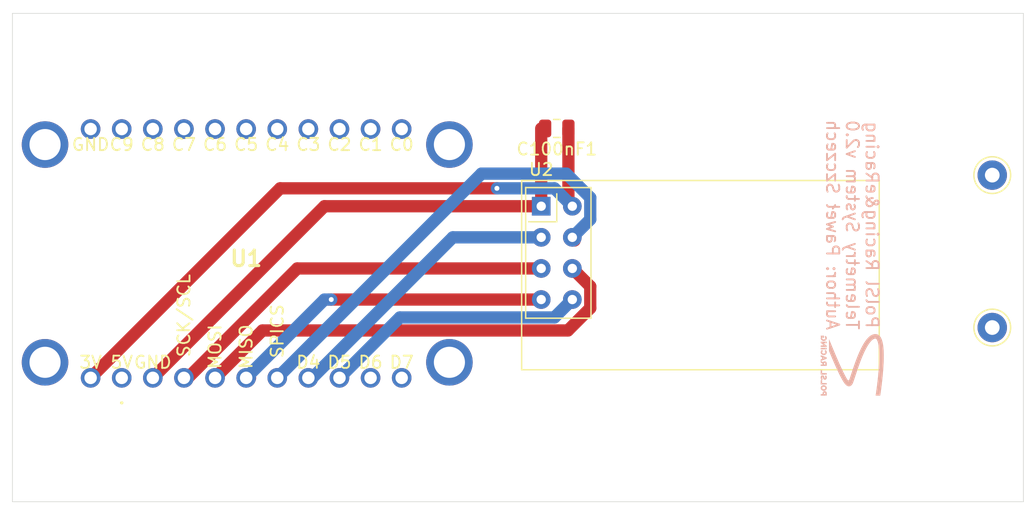
<source format=kicad_pcb>
(kicad_pcb (version 20171130) (host pcbnew "(5.1.8)-1")

  (general
    (thickness 1.6)
    (drawings 9)
    (tracks 39)
    (zones 0)
    (modules 10)
    (nets 23)
  )

  (page A4)
  (layers
    (0 F.Cu signal)
    (31 B.Cu signal)
    (32 B.Adhes user)
    (33 F.Adhes user)
    (34 B.Paste user)
    (35 F.Paste user)
    (36 B.SilkS user)
    (37 F.SilkS user)
    (38 B.Mask user)
    (39 F.Mask user)
    (40 Dwgs.User user)
    (41 Cmts.User user)
    (42 Eco1.User user)
    (43 Eco2.User user)
    (44 Edge.Cuts user)
    (45 Margin user)
    (46 B.CrtYd user)
    (47 F.CrtYd user)
    (48 B.Fab user)
    (49 F.Fab user)
  )

  (setup
    (last_trace_width 1)
    (trace_clearance 0.2)
    (zone_clearance 0.508)
    (zone_45_only no)
    (trace_min 0.2)
    (via_size 0.8)
    (via_drill 0.4)
    (via_min_size 0.4)
    (via_min_drill 0.3)
    (uvia_size 0.3)
    (uvia_drill 0.1)
    (uvias_allowed no)
    (uvia_min_size 0.2)
    (uvia_min_drill 0.1)
    (edge_width 0.05)
    (segment_width 0.2)
    (pcb_text_width 0.3)
    (pcb_text_size 1.5 1.5)
    (mod_edge_width 0.12)
    (mod_text_size 1 1)
    (mod_text_width 0.15)
    (pad_size 1.524 1.524)
    (pad_drill 0.762)
    (pad_to_mask_clearance 0)
    (aux_axis_origin 0 0)
    (visible_elements 7FFFFFFF)
    (pcbplotparams
      (layerselection 0x010fc_ffffffff)
      (usegerberextensions false)
      (usegerberattributes true)
      (usegerberadvancedattributes true)
      (creategerberjobfile true)
      (excludeedgelayer true)
      (linewidth 0.100000)
      (plotframeref false)
      (viasonmask false)
      (mode 1)
      (useauxorigin false)
      (hpglpennumber 1)
      (hpglpenspeed 20)
      (hpglpendiameter 15.000000)
      (psnegative false)
      (psa4output false)
      (plotreference true)
      (plotvalue true)
      (plotinvisibletext false)
      (padsonsilk false)
      (subtractmaskfromsilk false)
      (outputformat 1)
      (mirror false)
      (drillshape 0)
      (scaleselection 1)
      (outputdirectory "gerber/"))
  )

  (net 0 "")
  (net 1 "Net-(C100nF1-Pad2)")
  (net 2 "Net-(C100nF1-Pad1)")
  (net 3 "Net-(U1-Pad21)")
  (net 4 "Net-(U1-Pad1)")
  (net 5 "Net-(U1-Pad3)")
  (net 6 "Net-(U1-Pad4)")
  (net 7 "Net-(U1-Pad5)")
  (net 8 "Net-(U1-Pad6)")
  (net 9 "Net-(U1-Pad7)")
  (net 10 "Net-(U1-Pad8)")
  (net 11 "Net-(U1-Pad9)")
  (net 12 "Net-(U1-Pad10)")
  (net 13 "Net-(U1-Pad11)")
  (net 14 "Net-(U1-Pad12)")
  (net 15 "Net-(U1-Pad13)")
  (net 16 "Net-(U1-Pad14)")
  (net 17 "Net-(U1-Pad15)")
  (net 18 "Net-(U1-Pad16)")
  (net 19 "Net-(U1-Pad17)")
  (net 20 "Net-(U1-Pad18)")
  (net 21 "Net-(U1-Pad19)")
  (net 22 "Net-(U1-Pad20)")

  (net_class Default "This is the default net class."
    (clearance 0.2)
    (trace_width 1)
    (via_dia 0.8)
    (via_drill 0.4)
    (uvia_dia 0.3)
    (uvia_drill 0.1)
    (add_net "Net-(C100nF1-Pad1)")
    (add_net "Net-(C100nF1-Pad2)")
    (add_net "Net-(U1-Pad1)")
    (add_net "Net-(U1-Pad10)")
    (add_net "Net-(U1-Pad11)")
    (add_net "Net-(U1-Pad12)")
    (add_net "Net-(U1-Pad13)")
    (add_net "Net-(U1-Pad14)")
    (add_net "Net-(U1-Pad15)")
    (add_net "Net-(U1-Pad16)")
    (add_net "Net-(U1-Pad17)")
    (add_net "Net-(U1-Pad18)")
    (add_net "Net-(U1-Pad19)")
    (add_net "Net-(U1-Pad20)")
    (add_net "Net-(U1-Pad21)")
    (add_net "Net-(U1-Pad3)")
    (add_net "Net-(U1-Pad4)")
    (add_net "Net-(U1-Pad5)")
    (add_net "Net-(U1-Pad6)")
    (add_net "Net-(U1-Pad7)")
    (add_net "Net-(U1-Pad8)")
    (add_net "Net-(U1-Pad9)")
  )

  (module Loga_PolSl_Racing:Logo_Racing_5x5 (layer B.Cu) (tedit 0) (tstamp 6045A935)
    (at 194.31 113.284 90)
    (fp_text reference G*** (at 0 0 -90) (layer B.SilkS) hide
      (effects (font (size 1.524 1.524) (thickness 0.3)) (justify mirror))
    )
    (fp_text value LOGO (at 0.75 0 -90) (layer B.SilkS) hide
      (effects (font (size 1.524 1.524) (thickness 0.3)) (justify mirror))
    )
    (fp_poly (pts (xy -2.325786 -2.094137) (xy -2.28143 -2.097322) (xy -2.248116 -2.103923) (xy -2.222632 -2.115001)
      (xy -2.201763 -2.131612) (xy -2.182298 -2.154817) (xy -2.17748 -2.16148) (xy -2.154717 -2.207661)
      (xy -2.14744 -2.257146) (xy -2.155082 -2.306224) (xy -2.177076 -2.351184) (xy -2.212008 -2.387675)
      (xy -2.23097 -2.40064) (xy -2.249747 -2.40864) (xy -2.273864 -2.413157) (xy -2.308844 -2.415673)
      (xy -2.317825 -2.416075) (xy -2.390447 -2.41915) (xy -2.395483 -2.570656) (xy -2.450224 -2.573263)
      (xy -2.504965 -2.575871) (xy -2.504965 -2.189656) (xy -2.391103 -2.189656) (xy -2.391103 -2.321035)
      (xy -2.342931 -2.321035) (xy -2.309762 -2.319016) (xy -2.288177 -2.311971) (xy -2.277241 -2.303518)
      (xy -2.262969 -2.278153) (xy -2.260207 -2.247172) (xy -2.268956 -2.218165) (xy -2.277241 -2.207173)
      (xy -2.29412 -2.195845) (xy -2.318783 -2.190558) (xy -2.342931 -2.189656) (xy -2.391103 -2.189656)
      (xy -2.504965 -2.189656) (xy -2.504965 -2.093311) (xy -2.384398 -2.093311) (xy -2.325786 -2.094137)) (layer B.SilkS) (width 0.01))
    (fp_poly (pts (xy -1.84824 -2.0956) (xy -1.794006 -2.1126) (xy -1.780682 -2.119565) (xy -1.731786 -2.156969)
      (xy -1.695458 -2.20417) (xy -1.672105 -2.258353) (xy -1.662136 -2.316705) (xy -1.66596 -2.376411)
      (xy -1.683986 -2.434657) (xy -1.716621 -2.48863) (xy -1.725544 -2.499358) (xy -1.76947 -2.537368)
      (xy -1.820992 -2.562251) (xy -1.87641 -2.573189) (xy -1.932027 -2.56936) (xy -1.975069 -2.554685)
      (xy -2.028619 -2.519704) (xy -2.069812 -2.474463) (xy -2.098108 -2.421638) (xy -2.112961 -2.363902)
      (xy -2.113455 -2.329793) (xy -1.999795 -2.329793) (xy -1.993535 -2.381054) (xy -1.975683 -2.422261)
      (xy -1.947628 -2.45168) (xy -1.910759 -2.467579) (xy -1.887483 -2.469931) (xy -1.847569 -2.463101)
      (xy -1.827179 -2.451641) (xy -1.798542 -2.420438) (xy -1.782553 -2.380562) (xy -1.778 -2.333742)
      (xy -1.784051 -2.280607) (xy -1.801738 -2.238383) (xy -1.830357 -2.208663) (xy -1.83423 -2.206171)
      (xy -1.873418 -2.191522) (xy -1.913448 -2.194216) (xy -1.941799 -2.206818) (xy -1.97403 -2.236336)
      (xy -1.993402 -2.277621) (xy -1.999795 -2.329793) (xy -2.113455 -2.329793) (xy -2.11383 -2.303931)
      (xy -2.100171 -2.2444) (xy -2.071441 -2.187984) (xy -2.054141 -2.165139) (xy -2.01223 -2.128441)
      (xy -1.961306 -2.10418) (xy -1.905325 -2.093013) (xy -1.84824 -2.0956)) (layer B.SilkS) (width 0.01))
    (fp_poly (pts (xy -1.488965 -2.469931) (xy -1.251609 -2.469931) (xy -1.254235 -2.520293) (xy -1.256862 -2.570656)
      (xy -1.425465 -2.573034) (xy -1.594069 -2.575413) (xy -1.594069 -2.093311) (xy -1.488965 -2.093311)
      (xy -1.488965 -2.469931)) (layer B.SilkS) (width 0.01))
    (fp_poly (pts (xy -0.964531 -2.098394) (xy -0.917944 -2.1143) (xy -0.889134 -2.127831) (xy -0.874611 -2.138998)
      (xy -0.872588 -2.1524) (xy -0.881277 -2.172637) (xy -0.889505 -2.187512) (xy -0.914053 -2.231181)
      (xy -0.958457 -2.210504) (xy -0.995448 -2.197337) (xy -1.032997 -2.190665) (xy -1.065447 -2.19108)
      (xy -1.084581 -2.197309) (xy -1.092341 -2.210967) (xy -1.093339 -2.23002) (xy -1.090974 -2.241693)
      (xy -1.08493 -2.250701) (xy -1.072126 -2.258868) (xy -1.049477 -2.268018) (xy -1.013902 -2.279973)
      (xy -1.002862 -2.283539) (xy -0.958292 -2.298882) (xy -0.926746 -2.312528) (xy -0.904143 -2.326539)
      (xy -0.88734 -2.341953) (xy -0.861902 -2.380818) (xy -0.851654 -2.423022) (xy -0.855559 -2.465305)
      (xy -0.87258 -2.504408) (xy -0.901681 -2.537068) (xy -0.941825 -2.560027) (xy -0.958312 -2.565172)
      (xy -1.014611 -2.573232) (xy -1.0759 -2.572063) (xy -1.129862 -2.56253) (xy -1.156741 -2.553648)
      (xy -1.186868 -2.541662) (xy -1.213942 -2.529285) (xy -1.231664 -2.519229) (xy -1.233192 -2.518033)
      (xy -1.231048 -2.509689) (xy -1.222848 -2.490239) (xy -1.212546 -2.4684) (xy -1.189293 -2.420988)
      (xy -1.14429 -2.44327) (xy -1.109411 -2.45641) (xy -1.071169 -2.464329) (xy -1.03412 -2.466833)
      (xy -1.002818 -2.463729) (xy -0.981817 -2.454824) (xy -0.977772 -2.450346) (xy -0.97511 -2.432577)
      (xy -0.989821 -2.415072) (xy -1.021764 -2.397941) (xy -1.064172 -2.383216) (xy -1.118507 -2.364407)
      (xy -1.158296 -2.343837) (xy -1.186513 -2.319715) (xy -1.199978 -2.301408) (xy -1.215284 -2.261148)
      (xy -1.215196 -2.219473) (xy -1.201308 -2.179242) (xy -1.175212 -2.143315) (xy -1.138504 -2.114554)
      (xy -1.092775 -2.095818) (xy -1.084351 -2.093863) (xy -1.026106 -2.089512) (xy -0.964531 -2.098394)) (layer B.SilkS) (width 0.01))
    (fp_poly (pts (xy -0.674414 -2.469931) (xy -0.44669 -2.469931) (xy -0.44669 -2.575035) (xy -0.788276 -2.575035)
      (xy -0.788276 -2.093311) (xy -0.674414 -2.093311) (xy -0.674414 -2.469931)) (layer B.SilkS) (width 0.01))
    (fp_poly (pts (xy 0.105721 -2.094343) (xy 0.152867 -2.098095) (xy 0.188577 -2.105544) (xy 0.215848 -2.117672)
      (xy 0.237678 -2.135458) (xy 0.257065 -2.159882) (xy 0.259676 -2.163768) (xy 0.278674 -2.205081)
      (xy 0.28613 -2.250684) (xy 0.282579 -2.296179) (xy 0.268558 -2.337164) (xy 0.244604 -2.369239)
      (xy 0.233576 -2.377806) (xy 0.211514 -2.392262) (xy 0.263412 -2.47464) (xy 0.284335 -2.508619)
      (xy 0.301221 -2.537507) (xy 0.312147 -2.557915) (xy 0.31531 -2.566026) (xy 0.307205 -2.570922)
      (xy 0.285437 -2.574118) (xy 0.259737 -2.575035) (xy 0.233436 -2.574696) (xy 0.214138 -2.572063)
      (xy 0.198735 -2.564707) (xy 0.18412 -2.550203) (xy 0.167187 -2.526123) (xy 0.144829 -2.49004)
      (xy 0.139303 -2.480955) (xy 0.120233 -2.450168) (xy 0.106628 -2.43141) (xy 0.094923 -2.421694)
      (xy 0.081556 -2.418037) (xy 0.0635 -2.417455) (xy 0.026276 -2.41738) (xy 0.026276 -2.575035)
      (xy -0.078828 -2.575035) (xy -0.078828 -2.189656) (xy 0.026276 -2.189656) (xy 0.026276 -2.321035)
      (xy 0.083207 -2.321035) (xy 0.117585 -2.31979) (xy 0.139735 -2.315245) (xy 0.154823 -2.306186)
      (xy 0.157655 -2.303518) (xy 0.171873 -2.278257) (xy 0.175172 -2.255345) (xy 0.170479 -2.224757)
      (xy 0.155144 -2.204511) (xy 0.127282 -2.19326) (xy 0.08501 -2.18966) (xy 0.083207 -2.189656)
      (xy 0.026276 -2.189656) (xy -0.078828 -2.189656) (xy -0.078828 -2.093311) (xy 0.044142 -2.093311)
      (xy 0.105721 -2.094343)) (layer B.SilkS) (width 0.01))
    (fp_poly (pts (xy 0.690559 -2.325252) (xy 0.713533 -2.385457) (xy 0.734306 -2.440476) (xy 0.75208 -2.488148)
      (xy 0.766057 -2.526316) (xy 0.77544 -2.552819) (xy 0.779432 -2.5655) (xy 0.779517 -2.566114)
      (xy 0.771435 -2.570899) (xy 0.74984 -2.574075) (xy 0.723548 -2.575035) (xy 0.667578 -2.575035)
      (xy 0.64748 -2.518104) (xy 0.627381 -2.461173) (xy 0.483132 -2.461173) (xy 0.468131 -2.507156)
      (xy 0.4582 -2.534882) (xy 0.448891 -2.556445) (xy 0.444458 -2.564087) (xy 0.431678 -2.570446)
      (xy 0.409186 -2.574185) (xy 0.382525 -2.57531) (xy 0.357238 -2.573823) (xy 0.338868 -2.569731)
      (xy 0.332828 -2.563998) (xy 0.334512 -2.556122) (xy 0.339833 -2.539436) (xy 0.349189 -2.512867)
      (xy 0.362979 -2.475344) (xy 0.381602 -2.425792) (xy 0.398145 -2.382345) (xy 0.500185 -2.382345)
      (xy 0.552265 -2.382345) (xy 0.579806 -2.381343) (xy 0.598615 -2.378739) (xy 0.604167 -2.375776)
      (xy 0.601596 -2.365052) (xy 0.594843 -2.341698) (xy 0.585099 -2.309759) (xy 0.579018 -2.29038)
      (xy 0.554046 -2.211552) (xy 0.544306 -2.246982) (xy 0.53576 -2.275851) (xy 0.524453 -2.311299)
      (xy 0.517376 -2.332379) (xy 0.500185 -2.382345) (xy 0.398145 -2.382345) (xy 0.405458 -2.36314)
      (xy 0.434947 -2.286315) (xy 0.469701 -2.196225) (xy 0.509473 -2.093311) (xy 0.6016 -2.093311)
      (xy 0.690559 -2.325252)) (layer B.SilkS) (width 0.01))
    (fp_poly (pts (xy 1.061928 -2.094799) (xy 1.102728 -2.102043) (xy 1.118606 -2.107929) (xy 1.13904 -2.120411)
      (xy 1.162592 -2.1387) (xy 1.184935 -2.158875) (xy 1.201739 -2.177019) (xy 1.208679 -2.18921)
      (xy 1.20869 -2.189514) (xy 1.202148 -2.197441) (xy 1.185251 -2.211729) (xy 1.168369 -2.224401)
      (xy 1.128048 -2.253357) (xy 1.109248 -2.23109) (xy 1.076157 -2.202993) (xy 1.039885 -2.190465)
      (xy 1.003318 -2.192644) (xy 0.969347 -2.208667) (xy 0.94086 -2.237671) (xy 0.920744 -2.278794)
      (xy 0.918034 -2.28819) (xy 0.911882 -2.322329) (xy 0.914054 -2.353062) (xy 0.918011 -2.369978)
      (xy 0.935317 -2.416195) (xy 0.959403 -2.447194) (xy 0.992135 -2.464574) (xy 1.034805 -2.469931)
      (xy 1.061569 -2.466903) (xy 1.083387 -2.455288) (xy 1.099551 -2.440684) (xy 1.128798 -2.411437)
      (xy 1.173123 -2.437028) (xy 1.196857 -2.451299) (xy 1.212943 -2.462058) (xy 1.217448 -2.46625)
      (xy 1.212079 -2.474219) (xy 1.198284 -2.490807) (xy 1.186112 -2.504566) (xy 1.143693 -2.539207)
      (xy 1.091778 -2.562413) (xy 1.035109 -2.572956) (xy 0.978428 -2.569608) (xy 0.956573 -2.564027)
      (xy 0.914317 -2.542297) (xy 0.874638 -2.507041) (xy 0.840488 -2.462246) (xy 0.81482 -2.411898)
      (xy 0.800586 -2.359985) (xy 0.79959 -2.35202) (xy 0.801478 -2.293034) (xy 0.817857 -2.23556)
      (xy 0.846683 -2.183314) (xy 0.885914 -2.140013) (xy 0.932793 -2.109698) (xy 0.96991 -2.098694)
      (xy 1.015305 -2.093705) (xy 1.061928 -2.094799)) (layer B.SilkS) (width 0.01))
    (fp_poly (pts (xy 1.381813 -2.331983) (xy 1.379483 -2.570656) (xy 1.330963 -2.573227) (xy 1.303131 -2.573606)
      (xy 1.282828 -2.571858) (xy 1.276221 -2.569578) (xy 1.274573 -2.5595) (xy 1.273088 -2.534249)
      (xy 1.271828 -2.496169) (xy 1.270853 -2.447605) (xy 1.270224 -2.390901) (xy 1.27 -2.328401)
      (xy 1.27 -2.093311) (xy 1.384144 -2.093311) (xy 1.381813 -2.331983)) (layer B.SilkS) (width 0.01))
    (fp_poly (pts (xy 1.666506 -2.228542) (xy 1.773621 -2.363774) (xy 1.776033 -2.228542) (xy 1.778445 -2.093311)
      (xy 1.892144 -2.093311) (xy 1.889813 -2.331983) (xy 1.887483 -2.570656) (xy 1.846684 -2.573292)
      (xy 1.805886 -2.575929) (xy 1.697788 -2.442259) (xy 1.58969 -2.30859) (xy 1.58531 -2.439623)
      (xy 1.580931 -2.570656) (xy 1.52619 -2.573263) (xy 1.471448 -2.575871) (xy 1.471448 -2.093311)
      (xy 1.559391 -2.093311) (xy 1.666506 -2.228542)) (layer B.SilkS) (width 0.01))
    (fp_poly (pts (xy 2.225801 -2.092614) (xy 2.281191 -2.11062) (xy 2.305149 -2.125401) (xy 2.329656 -2.145427)
      (xy 2.350368 -2.166514) (xy 2.362945 -2.184479) (xy 2.364828 -2.191187) (xy 2.35831 -2.198172)
      (xy 2.341457 -2.211821) (xy 2.324162 -2.224648) (xy 2.300923 -2.240752) (xy 2.287272 -2.247424)
      (xy 2.278801 -2.245771) (xy 2.271747 -2.237784) (xy 2.24057 -2.20777) (xy 2.203787 -2.192368)
      (xy 2.165015 -2.192066) (xy 2.127869 -2.207354) (xy 2.115724 -2.216652) (xy 2.08621 -2.253609)
      (xy 2.070289 -2.298578) (xy 2.068557 -2.347828) (xy 2.08161 -2.397624) (xy 2.085449 -2.406095)
      (xy 2.110578 -2.442136) (xy 2.144393 -2.463149) (xy 2.187925 -2.469931) (xy 2.217514 -2.465029)
      (xy 2.247087 -2.452441) (xy 2.271069 -2.435349) (xy 2.283887 -2.416932) (xy 2.284392 -2.414882)
      (xy 2.283397 -2.405899) (xy 2.273401 -2.401362) (xy 2.250627 -2.399905) (xy 2.242849 -2.399862)
      (xy 2.198414 -2.399862) (xy 2.198414 -2.321035) (xy 2.382826 -2.321035) (xy 2.380396 -2.445845)
      (xy 2.377966 -2.570656) (xy 2.334172 -2.570656) (xy 2.307626 -2.569648) (xy 2.293925 -2.565412)
      (xy 2.288453 -2.556128) (xy 2.287765 -2.552355) (xy 2.28515 -2.534054) (xy 2.244677 -2.554545)
      (xy 2.197236 -2.571288) (xy 2.14995 -2.572084) (xy 2.103939 -2.559231) (xy 2.062321 -2.535569)
      (xy 2.022246 -2.500255) (xy 1.989269 -2.45869) (xy 1.976066 -2.434897) (xy 1.963086 -2.393157)
      (xy 1.957167 -2.343552) (xy 1.95829 -2.292509) (xy 1.966435 -2.24645) (xy 1.976708 -2.219847)
      (xy 2.012775 -2.168459) (xy 2.058526 -2.129034) (xy 2.111152 -2.102581) (xy 2.167846 -2.090105)
      (xy 2.225801 -2.092614)) (layer B.SilkS) (width 0.01))
    (fp_poly (pts (xy 1.020892 2.561314) (xy 1.213273 2.552735) (xy 1.389909 2.539597) (xy 1.436414 2.535098)
      (xy 1.607868 2.513792) (xy 1.765643 2.486339) (xy 1.909135 2.452899) (xy 2.037741 2.413633)
      (xy 2.150857 2.368702) (xy 2.24558 2.319637) (xy 2.280934 2.295786) (xy 2.320897 2.264461)
      (xy 2.35844 2.231283) (xy 2.36907 2.220916) (xy 2.429906 2.149463) (xy 2.47403 2.073931)
      (xy 2.501686 1.993463) (xy 2.513119 1.907204) (xy 2.508573 1.814297) (xy 2.499817 1.762303)
      (xy 2.472496 1.666725) (xy 2.429914 1.571601) (xy 2.371902 1.476812) (xy 2.298295 1.382238)
      (xy 2.208926 1.287759) (xy 2.103629 1.193257) (xy 1.982237 1.098612) (xy 1.844584 1.003704)
      (xy 1.690503 0.908414) (xy 1.519828 0.812623) (xy 1.332392 0.716211) (xy 1.12803 0.619058)
      (xy 0.906574 0.521046) (xy 0.667858 0.422055) (xy 0.586828 0.389769) (xy 0.489629 0.351691)
      (xy 0.394333 0.314987) (xy 0.29919 0.279038) (xy 0.20245 0.243227) (xy 0.102364 0.206935)
      (xy -0.002819 0.169544) (xy -0.114848 0.130436) (xy -0.235473 0.088992) (xy -0.366444 0.044594)
      (xy -0.50951 -0.003376) (xy -0.666422 -0.055536) (xy -0.775942 -0.091741) (xy -0.871877 -0.12359)
      (xy -0.959858 -0.153183) (xy -1.03868 -0.180095) (xy -1.107137 -0.203902) (xy -1.164025 -0.224177)
      (xy -1.208139 -0.240497) (xy -1.238274 -0.252435) (xy -1.253226 -0.259568) (xy -1.25444 -0.260538)
      (xy -1.272624 -0.292735) (xy -1.274247 -0.327406) (xy -1.269771 -0.34214) (xy -1.254936 -0.361879)
      (xy -1.224521 -0.387894) (xy -1.179168 -0.419847) (xy -1.11952 -0.457405) (xy -1.046219 -0.500232)
      (xy -0.959906 -0.547992) (xy -0.861225 -0.600352) (xy -0.750818 -0.656974) (xy -0.629326 -0.717525)
      (xy -0.497392 -0.781669) (xy -0.355659 -0.849071) (xy -0.204769 -0.919395) (xy -0.045363 -0.992307)
      (xy 0.109483 -1.06193) (xy 0.235876 -1.117891) (xy 0.376175 -1.179259) (xy 0.527986 -1.24502)
      (xy 0.688915 -1.314161) (xy 0.856571 -1.385668) (xy 1.028558 -1.458527) (xy 1.202485 -1.531726)
      (xy 1.375957 -1.604249) (xy 1.546583 -1.675085) (xy 1.711968 -1.743219) (xy 1.86972 -1.807638)
      (xy 1.883103 -1.813074) (xy 1.935785 -1.834632) (xy 1.983116 -1.854328) (xy 2.022636 -1.871111)
      (xy 2.051883 -1.88393) (xy 2.068397 -1.891734) (xy 2.070976 -1.893292) (xy 2.064091 -1.894671)
      (xy 2.041256 -1.895951) (xy 2.004036 -1.897109) (xy 1.953996 -1.898121) (xy 1.892705 -1.898963)
      (xy 1.821726 -1.899612) (xy 1.742627 -1.900043) (xy 1.656974 -1.900234) (xy 1.611148 -1.900231)
      (xy 1.143 -1.899841) (xy 1.037897 -1.855816) (xy 0.756934 -1.737413) (xy 0.492418 -1.62446)
      (xy 0.244176 -1.516874) (xy 0.012033 -1.414572) (xy -0.204183 -1.317471) (xy -0.404646 -1.225486)
      (xy -0.589529 -1.138535) (xy -0.759006 -1.056534) (xy -0.913251 -0.9794) (xy -1.052436 -0.90705)
      (xy -1.176735 -0.8394) (xy -1.286322 -0.776366) (xy -1.381369 -0.717866) (xy -1.462051 -0.663816)
      (xy -1.501568 -0.63505) (xy -1.55061 -0.595313) (xy -1.599013 -0.551138) (xy -1.643095 -0.506232)
      (xy -1.679175 -0.4643) (xy -1.699786 -0.435421) (xy -1.732789 -0.367971) (xy -1.74865 -0.300402)
      (xy -1.74769 -0.233988) (xy -1.73023 -0.170004) (xy -1.696588 -0.109724) (xy -1.647085 -0.054422)
      (xy -1.593587 -0.012818) (xy -1.5739 -0.000138) (xy -1.553539 0.011918) (xy -1.531173 0.02385)
      (xy -1.505473 0.036159) (xy -1.475106 0.049346) (xy -1.438744 0.06391) (xy -1.395054 0.080353)
      (xy -1.342707 0.099174) (xy -1.280373 0.120875) (xy -1.206719 0.145957) (xy -1.120416 0.174918)
      (xy -1.020134 0.208261) (xy -0.904541 0.246485) (xy -0.902138 0.247278) (xy -0.680775 0.320787)
      (xy -0.475112 0.390031) (xy -0.283977 0.45546) (xy -0.106197 0.51752) (xy 0.0594 0.57666)
      (xy 0.213985 0.633326) (xy 0.358731 0.687968) (xy 0.49481 0.741033) (xy 0.623394 0.792968)
      (xy 0.745654 0.844222) (xy 0.862764 0.895243) (xy 0.975895 0.946477) (xy 1.086218 0.998373)
      (xy 1.169276 1.038714) (xy 1.336884 1.124465) (xy 1.489614 1.209352) (xy 1.627212 1.293161)
      (xy 1.749423 1.375679) (xy 1.855992 1.456692) (xy 1.946666 1.535987) (xy 2.021189 1.61335)
      (xy 2.079308 1.68857) (xy 2.120768 1.761431) (xy 2.145315 1.831721) (xy 2.150677 1.861658)
      (xy 2.150429 1.90407) (xy 2.137112 1.940446) (xy 2.10922 1.97342) (xy 2.070139 2.002538)
      (xy 1.995858 2.042488) (xy 1.904977 2.078073) (xy 1.797861 2.109285) (xy 1.674875 2.136116)
      (xy 1.536387 2.158558) (xy 1.382761 2.176601) (xy 1.214364 2.190237) (xy 1.031562 2.199457)
      (xy 0.834721 2.204254) (xy 0.624207 2.204618) (xy 0.400385 2.20054) (xy 0.163622 2.192013)
      (xy -0.085716 2.179028) (xy -0.347263 2.161576) (xy -0.620653 2.139648) (xy -0.905521 2.113237)
      (xy -1.201499 2.082333) (xy -1.226207 2.079604) (xy -1.441209 2.055037) (xy -1.654955 2.029205)
      (xy -1.863098 2.002659) (xy -2.061291 1.975949) (xy -2.198414 1.956486) (xy -2.260589 1.947455)
      (xy -2.319574 1.938903) (xy -2.37232 1.931269) (xy -2.415782 1.924995) (xy -2.446912 1.920521)
      (xy -2.458983 1.918801) (xy -2.504965 1.912311) (xy -2.504965 2.276447) (xy -2.4765 2.281284)
      (xy -2.41813 2.290705) (xy -2.344516 2.301778) (xy -2.257821 2.314222) (xy -2.160212 2.327753)
      (xy -2.053852 2.34209) (xy -1.940909 2.356949) (xy -1.823545 2.37205) (xy -1.703927 2.387108)
      (xy -1.58422 2.401843) (xy -1.466589 2.415971) (xy -1.353198 2.42921) (xy -1.27 2.438636)
      (xy -0.97657 2.469648) (xy -0.690754 2.49639) (xy -0.413454 2.518829) (xy -0.145574 2.536934)
      (xy 0.111981 2.550672) (xy 0.358309 2.560012) (xy 0.592506 2.56492) (xy 0.813668 2.565365)
      (xy 1.020892 2.561314)) (layer B.SilkS) (width 0.01))
  )

  (module MountingHole:MountingHole_3.2mm_M3_DIN965 (layer F.Cu) (tedit 56D1B4CB) (tstamp 6045A790)
    (at 204.724 120.904)
    (descr "Mounting Hole 3.2mm, no annular, M3, DIN965")
    (tags "mounting hole 3.2mm no annular m3 din965")
    (attr virtual)
    (fp_text reference " " (at 0 -3.8) (layer F.SilkS)
      (effects (font (size 1 1) (thickness 0.15)))
    )
    (fp_text value " " (at 0 3.8) (layer F.Fab)
      (effects (font (size 1 1) (thickness 0.15)))
    )
    (fp_circle (center 0 0) (end 2.8 0) (layer Cmts.User) (width 0.15))
    (fp_circle (center 0 0) (end 3.05 0) (layer F.CrtYd) (width 0.05))
    (fp_text user %R (at 0.3 0) (layer F.Fab)
      (effects (font (size 1 1) (thickness 0.15)))
    )
    (pad 1 np_thru_hole circle (at 0 0) (size 3.2 3.2) (drill 3.2) (layers *.Cu *.Mask))
  )

  (module MountingHole:MountingHole_3.2mm_M3_DIN965 (layer F.Cu) (tedit 56D1B4CB) (tstamp 6045A790)
    (at 129.286 120.904)
    (descr "Mounting Hole 3.2mm, no annular, M3, DIN965")
    (tags "mounting hole 3.2mm no annular m3 din965")
    (attr virtual)
    (fp_text reference " " (at 0 -3.8) (layer F.SilkS)
      (effects (font (size 1 1) (thickness 0.15)))
    )
    (fp_text value " " (at 0 3.8) (layer F.Fab)
      (effects (font (size 1 1) (thickness 0.15)))
    )
    (fp_circle (center 0 0) (end 2.8 0) (layer Cmts.User) (width 0.15))
    (fp_circle (center 0 0) (end 3.05 0) (layer F.CrtYd) (width 0.05))
    (fp_text user %R (at 0.3 0) (layer F.Fab)
      (effects (font (size 1 1) (thickness 0.15)))
    )
    (pad 1 np_thru_hole circle (at 0 0) (size 3.2 3.2) (drill 3.2) (layers *.Cu *.Mask))
  )

  (module MountingHole:MountingHole_3.2mm_M3_DIN965 (layer F.Cu) (tedit 56D1B4CB) (tstamp 6045A790)
    (at 204.724 88.138)
    (descr "Mounting Hole 3.2mm, no annular, M3, DIN965")
    (tags "mounting hole 3.2mm no annular m3 din965")
    (attr virtual)
    (fp_text reference " " (at 0 -3.8) (layer F.SilkS)
      (effects (font (size 1 1) (thickness 0.15)))
    )
    (fp_text value " " (at 0 3.8) (layer F.Fab)
      (effects (font (size 1 1) (thickness 0.15)))
    )
    (fp_circle (center 0 0) (end 2.8 0) (layer Cmts.User) (width 0.15))
    (fp_circle (center 0 0) (end 3.05 0) (layer F.CrtYd) (width 0.05))
    (fp_text user %R (at 0.3 0) (layer F.Fab)
      (effects (font (size 1 1) (thickness 0.15)))
    )
    (pad 1 np_thru_hole circle (at 0 0) (size 3.2 3.2) (drill 3.2) (layers *.Cu *.Mask))
  )

  (module MountingHole:MountingHole_3.2mm_M3_DIN965 (layer F.Cu) (tedit 56D1B4CB) (tstamp 6045A762)
    (at 129.286 88.138)
    (descr "Mounting Hole 3.2mm, no annular, M3, DIN965")
    (tags "mounting hole 3.2mm no annular m3 din965")
    (attr virtual)
    (fp_text reference " " (at 0 -3.8) (layer F.SilkS)
      (effects (font (size 1 1) (thickness 0.15)))
    )
    (fp_text value " " (at 0 3.8) (layer F.Fab)
      (effects (font (size 1 1) (thickness 0.15)))
    )
    (fp_text user %R (at 0.3 0) (layer F.Fab)
      (effects (font (size 1 1) (thickness 0.15)))
    )
    (fp_circle (center 0 0) (end 2.8 0) (layer Cmts.User) (width 0.15))
    (fp_circle (center 0 0) (end 3.05 0) (layer F.CrtYd) (width 0.05))
    (pad 1 np_thru_hole circle (at 0 0) (size 3.2 3.2) (drill 3.2) (layers *.Cu *.Mask))
  )

  (module Connector_Pin:Pin_D1.0mm_L10.0mm_LooseFit (layer F.Cu) (tedit 5A1DC085) (tstamp 601B507E)
    (at 205.74 97.79)
    (descr "solder Pin_ diameter 1.0mm, hole diameter 1.2mm (loose fit), length 10.0mm")
    (tags "solder Pin_ loose fit")
    (fp_text reference " " (at 0 2.25) (layer F.SilkS)
      (effects (font (size 1 1) (thickness 0.15)))
    )
    (fp_text value " " (at 0 -2.05) (layer F.Fab)
      (effects (font (size 1 1) (thickness 0.15)))
    )
    (fp_circle (center 0 0) (end 1.5 0.05) (layer F.SilkS) (width 0.12))
    (fp_circle (center 0 0) (end 1.2 0) (layer F.Fab) (width 0.12))
    (fp_circle (center 0 0) (end 0.5 0) (layer F.Fab) (width 0.12))
    (fp_circle (center 0 0) (end 1.7 0) (layer F.CrtYd) (width 0.05))
    (fp_text user " " (at 0 2.25) (layer F.Fab)
      (effects (font (size 1 1) (thickness 0.15)))
    )
    (pad 1 thru_hole circle (at 0 0) (size 2.4 2.4) (drill 1.2) (layers *.Cu *.Mask))
    (model ${KISYS3DMOD}/Connector_Pin.3dshapes/Pin_D1.0mm_L10.0mm_LooseFit.wrl
      (at (xyz 0 0 0))
      (scale (xyz 1 1 1))
      (rotate (xyz 0 0 0))
    )
  )

  (module Connector_Pin:Pin_D1.0mm_L10.0mm_LooseFit (layer F.Cu) (tedit 5A1DC085) (tstamp 601B4EEE)
    (at 205.74 110.236)
    (descr "solder Pin_ diameter 1.0mm, hole diameter 1.2mm (loose fit), length 10.0mm")
    (tags "solder Pin_ loose fit")
    (fp_text reference " " (at 0 2.25) (layer F.SilkS)
      (effects (font (size 1 1) (thickness 0.15)))
    )
    (fp_text value " " (at 0 -2.05) (layer F.Fab)
      (effects (font (size 1 1) (thickness 0.15)))
    )
    (fp_circle (center 0 0) (end 1.5 0.05) (layer F.SilkS) (width 0.12))
    (fp_circle (center 0 0) (end 1.2 0) (layer F.Fab) (width 0.12))
    (fp_circle (center 0 0) (end 0.5 0) (layer F.Fab) (width 0.12))
    (fp_circle (center 0 0) (end 1.7 0) (layer F.CrtYd) (width 0.05))
    (fp_text user " " (at 0 2.25) (layer F.Fab)
      (effects (font (size 1 1) (thickness 0.15)))
    )
    (pad 1 thru_hole circle (at 0 0) (size 2.4 2.4) (drill 1.2) (layers *.Cu *.Mask))
    (model ${KISYS3DMOD}/Connector_Pin.3dshapes/Pin_D1.0mm_L10.0mm_LooseFit.wrl
      (at (xyz 0 0 0))
      (scale (xyz 1 1 1))
      (rotate (xyz 0 0 0))
    )
  )

  (module Telemetry_receiver:AdafruitFT232HBreakout (layer F.Cu) (tedit 5FCD3DEC) (tstamp 5FCDABEE)
    (at 134.655 114.345)
    (descr FT232H)
    (tags "Undefined or Miscellaneous")
    (path /5FB518D4)
    (fp_text reference U1 (at 10.16 -9.742) (layer F.SilkS)
      (effects (font (size 1.27 1.27) (thickness 0.254)))
    )
    (fp_text value FT232H (at 10.16 -9.742) (layer F.SilkS) hide
      (effects (font (size 1.27 1.27) (thickness 0.254)))
    )
    (fp_line (start 0.063 2.039) (end 0.063 2.039) (layer F.SilkS) (width 0.13219))
    (fp_line (start -0.069 2.039) (end -0.069 2.039) (layer F.SilkS) (width 0.13219))
    (fp_line (start -9.89 3.105) (end -9.89 -22.59) (layer F.CrtYd) (width 0.1))
    (fp_line (start 30.21 3.105) (end -9.89 3.105) (layer F.CrtYd) (width 0.1))
    (fp_line (start 30.21 -22.59) (end 30.21 3.105) (layer F.CrtYd) (width 0.1))
    (fp_line (start -9.89 -22.59) (end 30.21 -22.59) (layer F.CrtYd) (width 0.1))
    (fp_line (start -8.89 1.27) (end -8.89 -21.59) (layer F.Fab) (width 0.2))
    (fp_line (start 29.21 1.27) (end -8.89 1.27) (layer F.Fab) (width 0.2))
    (fp_line (start 29.21 -21.59) (end 29.21 1.27) (layer F.Fab) (width 0.2))
    (fp_line (start -8.89 -21.59) (end 29.21 -21.59) (layer F.Fab) (width 0.2))
    (fp_text user GND (at -2.54 -19.05) (layer F.SilkS)
      (effects (font (size 1 1) (thickness 0.15)))
    )
    (fp_text user C9 (at 0 -19.05) (layer F.SilkS)
      (effects (font (size 1 1) (thickness 0.15)))
    )
    (fp_text user C8 (at 2.54 -19.05) (layer F.SilkS)
      (effects (font (size 1 1) (thickness 0.15)))
    )
    (fp_text user C7 (at 5.08 -19.05) (layer F.SilkS)
      (effects (font (size 1 1) (thickness 0.15)))
    )
    (fp_text user C6 (at 7.62 -19.05) (layer F.SilkS)
      (effects (font (size 1 1) (thickness 0.15)))
    )
    (fp_text user C5 (at 10.16 -19.05) (layer F.SilkS)
      (effects (font (size 1 1) (thickness 0.15)))
    )
    (fp_text user C4 (at 12.7 -19.05) (layer F.SilkS)
      (effects (font (size 1 1) (thickness 0.15)))
    )
    (fp_text user C3 (at 15.24 -19.05) (layer F.SilkS)
      (effects (font (size 1 1) (thickness 0.15)))
    )
    (fp_text user C2 (at 17.78 -19.05) (layer F.SilkS)
      (effects (font (size 1 1) (thickness 0.15)))
    )
    (fp_text user C1 (at 20.32 -19.05) (layer F.SilkS)
      (effects (font (size 1 1) (thickness 0.15)))
    )
    (fp_text user C0 (at 22.86 -19.05) (layer F.SilkS)
      (effects (font (size 1 1) (thickness 0.15)))
    )
    (fp_text user D7 (at 22.86 -1.27) (layer F.SilkS)
      (effects (font (size 1 1) (thickness 0.15)))
    )
    (fp_text user D6 (at 20.32 -1.27) (layer F.SilkS)
      (effects (font (size 1 1) (thickness 0.15)))
    )
    (fp_text user D5 (at 17.78 -1.27) (layer F.SilkS)
      (effects (font (size 1 1) (thickness 0.15)))
    )
    (fp_text user D4 (at 15.24 -1.27) (layer F.SilkS)
      (effects (font (size 1 1) (thickness 0.15)))
    )
    (fp_text user SPICS (at 12.7 -3.81 90) (layer F.SilkS)
      (effects (font (size 1 1) (thickness 0.15)))
    )
    (fp_text user MISO (at 10.16 -2.54 90) (layer F.SilkS)
      (effects (font (size 1 1) (thickness 0.15)))
    )
    (fp_text user MOSI (at 7.62 -2.54 90) (layer F.SilkS)
      (effects (font (size 1 1) (thickness 0.15)))
    )
    (fp_text user SCK/SCL (at 5.08 -5.08 90) (layer F.SilkS)
      (effects (font (size 1 1) (thickness 0.15)))
    )
    (fp_text user GND (at 2.54 -1.27) (layer F.SilkS)
      (effects (font (size 1 1) (thickness 0.15)))
    )
    (fp_text user 5V (at 0 -1.27) (layer F.SilkS)
      (effects (font (size 1 1) (thickness 0.15)))
    )
    (fp_text user 3V (at -2.54 -1.27) (layer F.SilkS)
      (effects (font (size 1 1) (thickness 0.15)))
    )
    (fp_text user %R (at 10.16 -9.742) (layer F.Fab)
      (effects (font (size 1.27 1.27) (thickness 0.254)))
    )
    (fp_arc (start -0.003 2.039) (end -0.069 2.039) (angle 180) (layer F.SilkS) (width 0.13219))
    (fp_arc (start -0.003 2.039) (end 0.063 2.039) (angle 180) (layer F.SilkS) (width 0.13219))
    (pad 0 thru_hole circle (at -2.54 0) (size 1.6 1.6) (drill 1.02) (layers *.Cu *.Mask)
      (net 2 "Net-(C100nF1-Pad1)"))
    (pad 21 thru_hole circle (at -2.54 -20.32) (size 1.6 1.6) (drill 1.02) (layers *.Cu *.Mask)
      (net 3 "Net-(U1-Pad21)"))
    (pad 1 thru_hole circle (at 0 0) (size 1.6 1.6) (drill 1.02) (layers *.Cu *.Mask)
      (net 4 "Net-(U1-Pad1)"))
    (pad 2 thru_hole circle (at 2.54 0) (size 1.6 1.6) (drill 1.02) (layers *.Cu *.Mask)
      (net 1 "Net-(C100nF1-Pad2)"))
    (pad 3 thru_hole circle (at 5.08 0) (size 1.6 1.6) (drill 1.02) (layers *.Cu *.Mask)
      (net 5 "Net-(U1-Pad3)"))
    (pad 4 thru_hole circle (at 7.62 0) (size 1.6 1.6) (drill 1.02) (layers *.Cu *.Mask)
      (net 6 "Net-(U1-Pad4)"))
    (pad 5 thru_hole circle (at 10.16 0) (size 1.6 1.6) (drill 1.02) (layers *.Cu *.Mask)
      (net 7 "Net-(U1-Pad5)"))
    (pad 6 thru_hole circle (at 12.7 0) (size 1.6 1.6) (drill 1.02) (layers *.Cu *.Mask)
      (net 8 "Net-(U1-Pad6)"))
    (pad 7 thru_hole circle (at 15.24 0) (size 1.6 1.6) (drill 1.02) (layers *.Cu *.Mask)
      (net 9 "Net-(U1-Pad7)"))
    (pad 8 thru_hole circle (at 17.78 0) (size 1.6 1.6) (drill 1.02) (layers *.Cu *.Mask)
      (net 10 "Net-(U1-Pad8)"))
    (pad 9 thru_hole circle (at 20.32 0) (size 1.6 1.6) (drill 1.02) (layers *.Cu *.Mask)
      (net 11 "Net-(U1-Pad9)"))
    (pad 10 thru_hole circle (at 22.86 0) (size 1.6 1.6) (drill 1.02) (layers *.Cu *.Mask)
      (net 12 "Net-(U1-Pad10)"))
    (pad 11 thru_hole circle (at 22.86 -20.32) (size 1.6 1.6) (drill 1.02) (layers *.Cu *.Mask)
      (net 13 "Net-(U1-Pad11)"))
    (pad 12 thru_hole circle (at 20.32 -20.32) (size 1.6 1.6) (drill 1.02) (layers *.Cu *.Mask)
      (net 14 "Net-(U1-Pad12)"))
    (pad 13 thru_hole circle (at 17.78 -20.32) (size 1.6 1.6) (drill 1.02) (layers *.Cu *.Mask)
      (net 15 "Net-(U1-Pad13)"))
    (pad 14 thru_hole circle (at 15.24 -20.32) (size 1.6 1.6) (drill 1.02) (layers *.Cu *.Mask)
      (net 16 "Net-(U1-Pad14)"))
    (pad 15 thru_hole circle (at 12.7 -20.32) (size 1.6 1.6) (drill 1.02) (layers *.Cu *.Mask)
      (net 17 "Net-(U1-Pad15)"))
    (pad 16 thru_hole circle (at 10.16 -20.32) (size 1.6 1.6) (drill 1.02) (layers *.Cu *.Mask)
      (net 18 "Net-(U1-Pad16)"))
    (pad 17 thru_hole circle (at 7.62 -20.32) (size 1.6 1.6) (drill 1.02) (layers *.Cu *.Mask)
      (net 19 "Net-(U1-Pad17)"))
    (pad 18 thru_hole circle (at 5.08 -20.32) (size 1.6 1.6) (drill 1.02) (layers *.Cu *.Mask)
      (net 20 "Net-(U1-Pad18)"))
    (pad 19 thru_hole circle (at 2.54 -20.32) (size 1.6 1.6) (drill 1.02) (layers *.Cu *.Mask)
      (net 21 "Net-(U1-Pad19)"))
    (pad 20 thru_hole circle (at 0 -20.32) (size 1.6 1.6) (drill 1.02) (layers *.Cu *.Mask)
      (net 22 "Net-(U1-Pad20)"))
    (pad 25 thru_hole circle (at -6.262 -19.05) (size 3.8 3.8) (drill 2.54) (layers *.Cu *.Mask))
    (pad 22 thru_hole circle (at -6.262 -1.27) (size 3.8 3.8) (drill 2.54) (layers *.Cu *.Mask))
    (pad 23 thru_hole circle (at 26.758 -1.27) (size 3.8 3.8) (drill 2.54) (layers *.Cu *.Mask))
    (pad 24 thru_hole circle (at 26.758 -19.05) (size 3.8 3.8) (drill 2.54) (layers *.Cu *.Mask))
  )

  (module RF_Module:nRF24L01_Breakout (layer F.Cu) (tedit 5A056C61) (tstamp 5FCDAC18)
    (at 168.91 100.33)
    (descr "nRF24L01 breakout board")
    (tags "nRF24L01 adapter breakout")
    (path /5FB8288C)
    (fp_text reference U2 (at 0 -3) (layer F.SilkS)
      (effects (font (size 1 1) (thickness 0.15)))
    )
    (fp_text value NRF24L01_Breakout (at 13 5) (layer F.Fab)
      (effects (font (size 1 1) (thickness 0.15)))
    )
    (fp_line (start 27.75 -2.25) (end 27.75 -2.25) (layer F.CrtYd) (width 0.05))
    (fp_line (start 27.75 13.5) (end 27.75 -2.25) (layer F.CrtYd) (width 0.05))
    (fp_line (start -1.75 13.5) (end 27.75 13.5) (layer F.CrtYd) (width 0.05))
    (fp_line (start -1.75 -2.25) (end -1.75 13.5) (layer F.CrtYd) (width 0.05))
    (fp_line (start 27.75 -2.25) (end -1.75 -2.25) (layer F.CrtYd) (width 0.05))
    (fp_line (start -1.27 -1.524) (end -1.27 -1.524) (layer F.SilkS) (width 0.12))
    (fp_line (start -1.27 9.144) (end -1.27 -1.524) (layer F.SilkS) (width 0.12))
    (fp_line (start -1.6 -2.1) (end -1.6 -2.1) (layer F.SilkS) (width 0.12))
    (fp_line (start -1.6 13.35) (end -1.6 -2.1) (layer F.SilkS) (width 0.12))
    (fp_line (start 27.6 13.35) (end -1.6 13.35) (layer F.SilkS) (width 0.12))
    (fp_line (start 27.6 -2.1) (end 27.6 13.35) (layer F.SilkS) (width 0.12))
    (fp_line (start -1.6 -2.1) (end 27.6 -2.1) (layer F.SilkS) (width 0.12))
    (fp_line (start -1.016 1.27) (end -1.016 1.27) (layer F.SilkS) (width 0.12))
    (fp_line (start 1.27 1.27) (end -1.016 1.27) (layer F.SilkS) (width 0.12))
    (fp_line (start 1.27 -1.016) (end 1.27 1.27) (layer F.SilkS) (width 0.12))
    (fp_line (start -1.27 9.144) (end -1.27 9.144) (layer F.SilkS) (width 0.12))
    (fp_line (start 4.064 9.144) (end -1.27 9.144) (layer F.SilkS) (width 0.12))
    (fp_line (start 4.064 -1.524) (end 4.064 9.144) (layer F.SilkS) (width 0.12))
    (fp_line (start -1.27 -1.524) (end 4.064 -1.524) (layer F.SilkS) (width 0.12))
    (fp_line (start -1.27 -1.27) (end -1.27 -1.27) (layer F.Fab) (width 0.1))
    (fp_line (start -1.27 8.89) (end -1.27 -1.27) (layer F.Fab) (width 0.1))
    (fp_line (start 3.81 8.89) (end -1.27 8.89) (layer F.Fab) (width 0.1))
    (fp_line (start 3.81 -1.27) (end 3.81 8.89) (layer F.Fab) (width 0.1))
    (fp_line (start -1.27 -1.27) (end 3.81 -1.27) (layer F.Fab) (width 0.1))
    (fp_line (start -1.5 -2) (end -1.5 -2) (layer F.Fab) (width 0.1))
    (fp_line (start -1.5 13.25) (end -1.5 -2) (layer F.Fab) (width 0.1))
    (fp_line (start 27.5 13.25) (end -1.5 13.25) (layer F.Fab) (width 0.1))
    (fp_line (start 27.5 -2) (end 27.5 13.25) (layer F.Fab) (width 0.1))
    (fp_line (start -1.5 -2) (end 27.5 -2) (layer F.Fab) (width 0.1))
    (fp_text user %R (at 12.5 2.5) (layer F.Fab)
      (effects (font (size 1 1) (thickness 0.15)))
    )
    (pad 8 thru_hole circle (at 2.54 7.62) (size 1.524 1.524) (drill 0.762) (layers *.Cu *.Mask)
      (net 10 "Net-(U1-Pad8)"))
    (pad 7 thru_hole circle (at 0 7.62) (size 1.524 1.524) (drill 0.762) (layers *.Cu *.Mask)
      (net 7 "Net-(U1-Pad5)"))
    (pad 6 thru_hole circle (at 2.54 5.08) (size 1.524 1.524) (drill 0.762) (layers *.Cu *.Mask)
      (net 6 "Net-(U1-Pad4)"))
    (pad 5 thru_hole circle (at 0 5.08) (size 1.524 1.524) (drill 0.762) (layers *.Cu *.Mask)
      (net 5 "Net-(U1-Pad3)"))
    (pad 4 thru_hole circle (at 2.54 2.54) (size 1.524 1.524) (drill 0.762) (layers *.Cu *.Mask)
      (net 8 "Net-(U1-Pad6)"))
    (pad 3 thru_hole circle (at 0 2.54) (size 1.524 1.524) (drill 0.762) (layers *.Cu *.Mask)
      (net 9 "Net-(U1-Pad7)"))
    (pad 2 thru_hole circle (at 2.54 0) (size 1.524 1.524) (drill 0.762) (layers *.Cu *.Mask)
      (net 2 "Net-(C100nF1-Pad1)"))
    (pad 1 thru_hole rect (at 0 0) (size 1.524 1.524) (drill 0.762) (layers *.Cu *.Mask)
      (net 1 "Net-(C100nF1-Pad2)"))
    (model ${KISYS3DMOD}/RF_Module.3dshapes/nRF24L01_Breakout.wrl
      (at (xyz 0 0 0))
      (scale (xyz 1 1 1))
      (rotate (xyz 0 0 0))
    )
  )

  (module Capacitor_SMD:C_0805_2012Metric (layer F.Cu) (tedit 5F68FEEE) (tstamp 5FCDABAD)
    (at 170.18 93.98 180)
    (descr "Capacitor SMD 0805 (2012 Metric), square (rectangular) end terminal, IPC_7351 nominal, (Body size source: IPC-SM-782 page 76, https://www.pcb-3d.com/wordpress/wp-content/uploads/ipc-sm-782a_amendment_1_and_2.pdf, https://docs.google.com/spreadsheets/d/1BsfQQcO9C6DZCsRaXUlFlo91Tg2WpOkGARC1WS5S8t0/edit?usp=sharing), generated with kicad-footprint-generator")
    (tags capacitor)
    (path /5FCD0678)
    (attr smd)
    (fp_text reference C100nF1 (at 0 -1.68) (layer F.SilkS)
      (effects (font (size 1 1) (thickness 0.15)))
    )
    (fp_text value C (at 0 1.68) (layer F.Fab)
      (effects (font (size 1 1) (thickness 0.15)))
    )
    (fp_line (start 1.7 0.98) (end -1.7 0.98) (layer F.CrtYd) (width 0.05))
    (fp_line (start 1.7 -0.98) (end 1.7 0.98) (layer F.CrtYd) (width 0.05))
    (fp_line (start -1.7 -0.98) (end 1.7 -0.98) (layer F.CrtYd) (width 0.05))
    (fp_line (start -1.7 0.98) (end -1.7 -0.98) (layer F.CrtYd) (width 0.05))
    (fp_line (start -0.261252 0.735) (end 0.261252 0.735) (layer F.SilkS) (width 0.12))
    (fp_line (start -0.261252 -0.735) (end 0.261252 -0.735) (layer F.SilkS) (width 0.12))
    (fp_line (start 1 0.625) (end -1 0.625) (layer F.Fab) (width 0.1))
    (fp_line (start 1 -0.625) (end 1 0.625) (layer F.Fab) (width 0.1))
    (fp_line (start -1 -0.625) (end 1 -0.625) (layer F.Fab) (width 0.1))
    (fp_line (start -1 0.625) (end -1 -0.625) (layer F.Fab) (width 0.1))
    (fp_text user %R (at 0 0) (layer F.Fab)
      (effects (font (size 0.5 0.5) (thickness 0.08)))
    )
    (pad 2 smd roundrect (at 0.95 0 180) (size 1 1.45) (layers F.Cu F.Paste F.Mask) (roundrect_rratio 0.25)
      (net 1 "Net-(C100nF1-Pad2)"))
    (pad 1 smd roundrect (at -0.95 0 180) (size 1 1.45) (layers F.Cu F.Paste F.Mask) (roundrect_rratio 0.25)
      (net 2 "Net-(C100nF1-Pad1)"))
    (model ${KISYS3DMOD}/Capacitor_SMD.3dshapes/C_0805_2012Metric.wrl
      (at (xyz 0 0 0))
      (scale (xyz 1 1 1))
      (rotate (xyz 0 0 0))
    )
  )

  (gr_line (start 125.73 124.46) (end 125.73 84.582) (layer Edge.Cuts) (width 0.05) (tstamp 5FCE0779))
  (gr_line (start 208.28 124.46) (end 125.73 124.46) (layer Edge.Cuts) (width 0.05))
  (gr_line (start 208.28 84.582) (end 208.28 124.46) (layer Edge.Cuts) (width 0.05))
  (gr_line (start 125.73 84.582) (end 208.28 84.582) (layer Edge.Cuts) (width 0.05))
  (gr_text "PolSl Racing&eRacing\nTelemetry System v2.0\nAuthor: Paweł Szczech" (at 194.31 101.854 270) (layer B.SilkS)
    (effects (font (size 1 1) (thickness 0.15)) (justify mirror))
  )
  (gr_line (start 125.73 84.582) (end 208.28 84.582) (layer Dwgs.User) (width 0.15) (tstamp 5FCDE762))
  (gr_line (start 125.73 124.46) (end 125.73 84.582) (layer Dwgs.User) (width 0.15))
  (gr_line (start 208.28 124.46) (end 125.73 124.46) (layer Dwgs.User) (width 0.15))
  (gr_line (start 208.28 84.582) (end 208.28 124.46) (layer Dwgs.User) (width 0.15))

  (segment (start 168.91 100.33) (end 168.8993 100.3368) (width 1) (layer B.Cu) (net 1))
  (segment (start 151.21 100.33) (end 137.195 114.345) (width 1) (layer F.Cu) (net 1))
  (segment (start 168.91 100.33) (end 151.21 100.33) (width 1) (layer F.Cu) (net 1))
  (segment (start 168.91 100.33) (end 168.91 93.98) (width 1) (layer F.Cu) (net 1))
  (segment (start 171.13 100.01) (end 171.45 100.33) (width 1) (layer F.Cu) (net 2))
  (segment (start 171.13 93.98) (end 171.13 100.01) (width 1) (layer F.Cu) (net 2))
  (segment (start 169.987999 98.867999) (end 165.292001 98.867999) (width 1) (layer B.Cu) (net 2))
  (segment (start 171.45 100.33) (end 169.987999 98.867999) (width 1) (layer B.Cu) (net 2))
  (via (at 165.292001 98.867999) (size 0.8) (drill 0.4) (layers F.Cu B.Cu) (net 2))
  (segment (start 147.592001 98.867999) (end 132.115 114.345) (width 1) (layer F.Cu) (net 2))
  (segment (start 165.292001 98.867999) (end 147.592001 98.867999) (width 1) (layer F.Cu) (net 2))
  (segment (start 140.054998 114.345) (end 139.735 114.345) (width 1) (layer F.Cu) (net 5))
  (segment (start 148.989998 105.41) (end 140.054998 114.345) (width 1) (layer F.Cu) (net 5))
  (segment (start 168.91 105.41) (end 148.989998 105.41) (width 1) (layer F.Cu) (net 5))
  (segment (start 146.145001 110.474999) (end 142.275 114.345) (width 1) (layer F.Cu) (net 6))
  (segment (start 171.088763 110.474999) (end 146.145001 110.474999) (width 1) (layer F.Cu) (net 6))
  (segment (start 172.912001 108.651761) (end 171.088763 110.474999) (width 1) (layer F.Cu) (net 6))
  (segment (start 172.912001 106.872001) (end 172.912001 108.651761) (width 1) (layer F.Cu) (net 6))
  (segment (start 171.45 105.41) (end 172.912001 106.872001) (width 1) (layer F.Cu) (net 6))
  (segment (start 144.815 114.345) (end 144.8151 114.3449) (width 1) (layer B.Cu) (net 7))
  (segment (start 145.134998 114.345) (end 144.815 114.345) (width 1) (layer F.Cu) (net 7))
  (segment (start 168.91 107.95) (end 151.765 107.95) (width 1) (layer F.Cu) (net 7))
  (segment (start 151.765 107.95) (end 151.529998 107.95) (width 1) (layer F.Cu) (net 7) (tstamp 5FCE35C1))
  (via (at 151.765 107.95) (size 0.8) (drill 0.4) (layers F.Cu B.Cu) (net 7))
  (segment (start 151.21 107.95) (end 144.815 114.345) (width 1) (layer B.Cu) (net 7))
  (segment (start 151.765 107.95) (end 151.21 107.95) (width 1) (layer B.Cu) (net 7))
  (segment (start 171.6325 103.1293) (end 171.45 102.87) (width 1) (layer F.Cu) (net 8))
  (segment (start 164.032011 97.667989) (end 147.355 114.345) (width 1) (layer B.Cu) (net 8))
  (segment (start 170.951751 97.667989) (end 164.032011 97.667989) (width 1) (layer B.Cu) (net 8))
  (segment (start 172.912001 101.407999) (end 172.912001 99.628239) (width 1) (layer B.Cu) (net 8))
  (segment (start 172.912001 99.628239) (end 170.951751 97.667989) (width 1) (layer B.Cu) (net 8))
  (segment (start 171.45 102.87) (end 172.912001 101.407999) (width 1) (layer B.Cu) (net 8))
  (segment (start 149.895 114.345) (end 149.9073 114.3376) (width 1) (layer F.Cu) (net 9))
  (segment (start 150.214998 114.345) (end 149.895 114.345) (width 1) (layer B.Cu) (net 9))
  (segment (start 161.689998 102.87) (end 150.214998 114.345) (width 1) (layer B.Cu) (net 9))
  (segment (start 168.91 102.87) (end 161.689998 102.87) (width 1) (layer B.Cu) (net 9))
  (segment (start 157.367999 109.412001) (end 152.435 114.345) (width 1) (layer B.Cu) (net 10))
  (segment (start 169.987999 109.412001) (end 157.367999 109.412001) (width 1) (layer B.Cu) (net 10))
  (segment (start 171.45 107.95) (end 169.987999 109.412001) (width 1) (layer B.Cu) (net 10))

)

</source>
